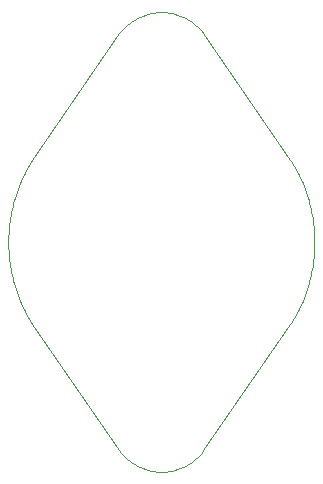
<source format=gko>
G04*
G04 #@! TF.GenerationSoftware,Altium Limited,Altium Designer,20.1.14 (287)*
G04*
G04 Layer_Color=16711935*
%FSLAX25Y25*%
%MOIN*%
G70*
G04*
G04 #@! TF.SameCoordinates,279C02DF-711F-4997-8B9F-8018C1F95EB8*
G04*
G04*
G04 #@! TF.FilePolarity,Positive*
G04*
G01*
G75*
%ADD10C,0.00394*%
D10*
X94985Y49510D02*
X95516Y50359D01*
X96030Y51218D01*
X96527Y52086D01*
X97008Y52965D01*
X97471Y53852D01*
X97916Y54749D01*
X98344Y55654D01*
X98753Y56567D01*
X99145Y57488D01*
X99519Y58417D01*
X99875Y59353D01*
X100212Y60296D01*
X100530Y61245D01*
X100830Y62200D01*
X101111Y63161D01*
X101373Y64127D01*
X101616Y65098D01*
X101840Y66074D01*
X102044Y67054D01*
X102230Y68037D01*
X102396Y69024D01*
X102543Y70015D01*
X102670Y71008D01*
X102778Y72003D01*
X102866Y73000D01*
X102935Y73999D01*
X102984Y74998D01*
X103014Y75999D01*
X103023Y77000D01*
X103014Y78001D01*
X102984Y79002D01*
X102935Y80002D01*
X102866Y81000D01*
X102778Y81998D01*
X102670Y82993D01*
X102543Y83986D01*
X102396Y84976D01*
X102230Y85963D01*
X102044Y86947D01*
X101840Y87927D01*
X101616Y88902D01*
X101373Y89874D01*
X101111Y90840D01*
X100830Y91801D01*
X100530Y92756D01*
X100211Y93705D01*
X99874Y94647D01*
X99519Y95583D01*
X99145Y96512D01*
X98753Y97433D01*
X98343Y98346D01*
X97916Y99252D01*
X97470Y100148D01*
X97008Y101036D01*
X96527Y101914D01*
X96030Y102783D01*
X95516Y103642D01*
X94985Y104490D01*
X9015Y104490D02*
X8484Y103641D01*
X7970Y102782D01*
X7473Y101914D01*
X6992Y101035D01*
X6529Y100148D01*
X6084Y99251D01*
X5656Y98346D01*
X5246Y97433D01*
X4855Y96512D01*
X4481Y95583D01*
X4126Y94647D01*
X3788Y93704D01*
X3470Y92755D01*
X3170Y91800D01*
X2889Y90839D01*
X2627Y89873D01*
X2384Y88902D01*
X2160Y87926D01*
X1956Y86946D01*
X1770Y85963D01*
X1604Y84976D01*
X1457Y83985D01*
X1330Y82992D01*
X1222Y81997D01*
X1134Y81000D01*
X1065Y80001D01*
X1016Y79001D01*
X986Y78001D01*
X977Y77000D01*
X986Y75999D01*
X1016Y74998D01*
X1065Y73998D01*
X1134Y73000D01*
X1222Y72002D01*
X1330Y71007D01*
X1457Y70014D01*
X1604Y69024D01*
X1770Y68037D01*
X1956Y67053D01*
X2160Y66073D01*
X2384Y65097D01*
X2627Y64126D01*
X2889Y63160D01*
X3170Y62199D01*
X3470Y61244D01*
X3789Y60295D01*
X4126Y59353D01*
X4481Y58417D01*
X4855Y57488D01*
X5247Y56567D01*
X5657Y55654D01*
X6084Y54748D01*
X6530Y53852D01*
X6993Y52964D01*
X7473Y52086D01*
X7970Y51217D01*
X8484Y50358D01*
X9015Y49510D01*
X66000Y146500D02*
X65397Y147283D01*
X64750Y148031D01*
X64062Y148741D01*
X63334Y149410D01*
X62569Y150036D01*
X61770Y150618D01*
X60938Y151153D01*
X60078Y151640D01*
X59191Y152076D01*
X58280Y152462D01*
X57349Y152794D01*
X56401Y153073D01*
X55438Y153297D01*
X54464Y153466D01*
X53481Y153579D01*
X52494Y153635D01*
X51506D01*
X50519Y153579D01*
X49536Y153466D01*
X48562Y153297D01*
X47599Y153073D01*
X46651Y152794D01*
X45720Y152462D01*
X44809Y152076D01*
X43922Y151640D01*
X43062Y151153D01*
X42230Y150618D01*
X41431Y150036D01*
X40666Y149410D01*
X39938Y148741D01*
X39250Y148031D01*
X38603Y147283D01*
X38000Y146500D01*
Y7500D02*
X38603Y6717D01*
X39250Y5969D01*
X39938Y5259D01*
X40666Y4590D01*
X41431Y3964D01*
X42230Y3382D01*
X43062Y2847D01*
X43922Y2360D01*
X44809Y1924D01*
X45720Y1538D01*
X46651Y1206D01*
X47599Y927D01*
X48562Y703D01*
X49536Y534D01*
X50519Y421D01*
X51506Y365D01*
X52494D01*
X53481Y421D01*
X54464Y534D01*
X55438Y703D01*
X56401Y927D01*
X57349Y1206D01*
X58280Y1538D01*
X59191Y1924D01*
X60078Y2360D01*
X60938Y2847D01*
X61770Y3382D01*
X62569Y3964D01*
X63334Y4590D01*
X64062Y5259D01*
X64750Y5969D01*
X65397Y6717D01*
X66000Y7500D01*
X94985Y49510D01*
X66000Y146500D02*
X94985Y104490D01*
X9015D02*
X38000Y146500D01*
X9015Y49510D02*
X38000Y7500D01*
M02*

</source>
